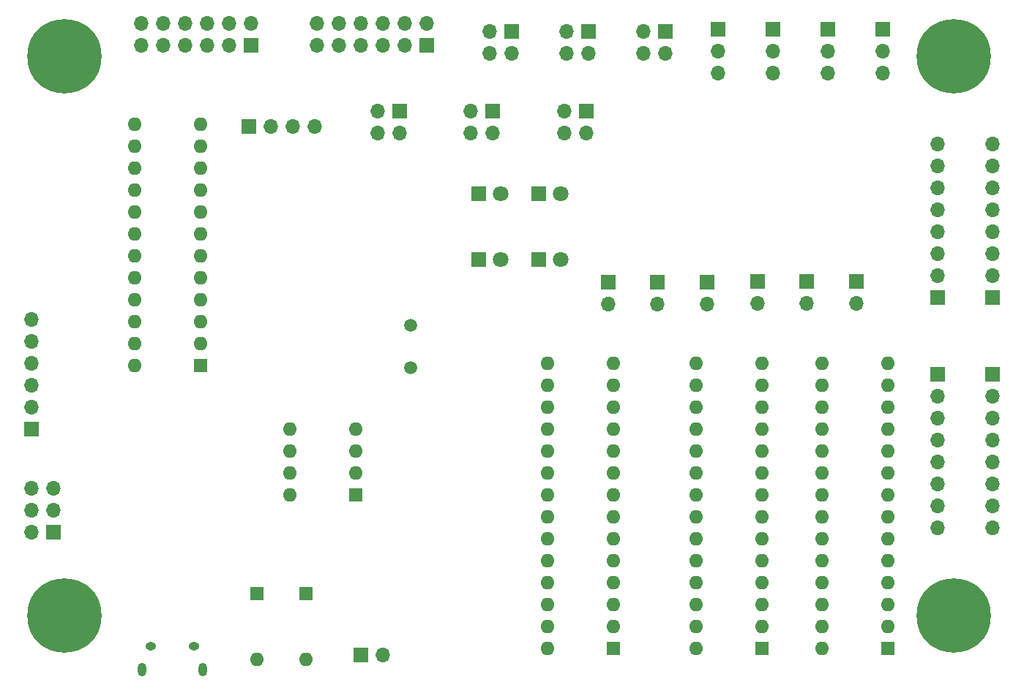
<source format=gbr>
%TF.GenerationSoftware,KiCad,Pcbnew,(5.1.8)-1*%
%TF.CreationDate,2021-01-20T16:15:24-05:00*%
%TF.ProjectId,Switch_Panel,53776974-6368-45f5-9061-6e656c2e6b69,rev?*%
%TF.SameCoordinates,Original*%
%TF.FileFunction,Soldermask,Bot*%
%TF.FilePolarity,Negative*%
%FSLAX46Y46*%
G04 Gerber Fmt 4.6, Leading zero omitted, Abs format (unit mm)*
G04 Created by KiCad (PCBNEW (5.1.8)-1) date 2021-01-20 16:15:24*
%MOMM*%
%LPD*%
G01*
G04 APERTURE LIST*
%ADD10R,1.600000X1.600000*%
%ADD11O,1.600000X1.600000*%
%ADD12C,8.600000*%
%ADD13C,0.900000*%
%ADD14O,1.250000X0.950000*%
%ADD15O,1.000000X1.550000*%
%ADD16R,1.700000X1.700000*%
%ADD17O,1.700000X1.700000*%
%ADD18C,1.500000*%
%ADD19C,1.800000*%
%ADD20R,1.800000X1.800000*%
G04 APERTURE END LIST*
D10*
%TO.C,U6*%
X100330000Y-90170000D03*
D11*
X92710000Y-57150000D03*
X100330000Y-87630000D03*
X92710000Y-59690000D03*
X100330000Y-85090000D03*
X92710000Y-62230000D03*
X100330000Y-82550000D03*
X92710000Y-64770000D03*
X100330000Y-80010000D03*
X92710000Y-67310000D03*
X100330000Y-77470000D03*
X92710000Y-69850000D03*
X100330000Y-74930000D03*
X92710000Y-72390000D03*
X100330000Y-72390000D03*
X92710000Y-74930000D03*
X100330000Y-69850000D03*
X92710000Y-77470000D03*
X100330000Y-67310000D03*
X92710000Y-80010000D03*
X100330000Y-64770000D03*
X92710000Y-82550000D03*
X100330000Y-62230000D03*
X92710000Y-85090000D03*
X100330000Y-59690000D03*
X92710000Y-87630000D03*
X100330000Y-57150000D03*
X92710000Y-90170000D03*
%TD*%
%TO.C,U5*%
X109855000Y-90170000D03*
X117475000Y-57150000D03*
X109855000Y-87630000D03*
X117475000Y-59690000D03*
X109855000Y-85090000D03*
X117475000Y-62230000D03*
X109855000Y-82550000D03*
X117475000Y-64770000D03*
X109855000Y-80010000D03*
X117475000Y-67310000D03*
X109855000Y-77470000D03*
X117475000Y-69850000D03*
X109855000Y-74930000D03*
X117475000Y-72390000D03*
X109855000Y-72390000D03*
X117475000Y-74930000D03*
X109855000Y-69850000D03*
X117475000Y-77470000D03*
X109855000Y-67310000D03*
X117475000Y-80010000D03*
X109855000Y-64770000D03*
X117475000Y-82550000D03*
X109855000Y-62230000D03*
X117475000Y-85090000D03*
X109855000Y-59690000D03*
X117475000Y-87630000D03*
X109855000Y-57150000D03*
D10*
X117475000Y-90170000D03*
%TD*%
D11*
%TO.C,D2*%
X64770000Y-91440000D03*
D10*
X64770000Y-83820000D03*
%TD*%
D12*
%TO.C,REF\u002A\u002A*%
X139700000Y-21590000D03*
D13*
X142925000Y-21590000D03*
X141980419Y-23870419D03*
X139700000Y-24815000D03*
X137419581Y-23870419D03*
X136475000Y-21590000D03*
X137419581Y-19309581D03*
X139700000Y-18365000D03*
X141980419Y-19309581D03*
%TD*%
%TO.C,REF\u002A\u002A*%
X141980419Y-84079581D03*
X139700000Y-83135000D03*
X137419581Y-84079581D03*
X136475000Y-86360000D03*
X137419581Y-88640419D03*
X139700000Y-89585000D03*
X141980419Y-88640419D03*
X142925000Y-86360000D03*
D12*
X139700000Y-86360000D03*
%TD*%
%TO.C,REF\u002A\u002A*%
X36830000Y-86360000D03*
D13*
X40055000Y-86360000D03*
X39110419Y-88640419D03*
X36830000Y-89585000D03*
X34549581Y-88640419D03*
X33605000Y-86360000D03*
X34549581Y-84079581D03*
X36830000Y-83135000D03*
X39110419Y-84079581D03*
%TD*%
D12*
%TO.C,REF\u002A\u002A*%
X36830000Y-21590000D03*
D13*
X40055000Y-21590000D03*
X39110419Y-23870419D03*
X36830000Y-24815000D03*
X34549581Y-23870419D03*
X33605000Y-21590000D03*
X34549581Y-19309581D03*
X36830000Y-18365000D03*
X39110419Y-19309581D03*
%TD*%
D14*
%TO.C,J1*%
X51776000Y-89916000D03*
X46776000Y-89916000D03*
D15*
X45776000Y-92616000D03*
X52776000Y-92616000D03*
%TD*%
D16*
%TO.C,J2*%
X71120000Y-90932000D03*
D17*
X73660000Y-90932000D03*
%TD*%
D16*
%TO.C,J3*%
X35560000Y-76708000D03*
D17*
X33020000Y-76708000D03*
X35560000Y-74168000D03*
X33020000Y-74168000D03*
X35560000Y-71628000D03*
X33020000Y-71628000D03*
%TD*%
D16*
%TO.C,J4*%
X33020000Y-64770000D03*
D17*
X33020000Y-62230000D03*
X33020000Y-59690000D03*
X33020000Y-57150000D03*
X33020000Y-54610000D03*
X33020000Y-52070000D03*
%TD*%
D16*
%TO.C,J7*%
X137795000Y-49530000D03*
D17*
X137795000Y-46990000D03*
X137795000Y-44450000D03*
X137795000Y-41910000D03*
X137795000Y-39370000D03*
X137795000Y-36830000D03*
X137795000Y-34290000D03*
X137795000Y-31750000D03*
%TD*%
%TO.C,J8*%
X144145000Y-76200000D03*
X144145000Y-73660000D03*
X144145000Y-71120000D03*
X144145000Y-68580000D03*
X144145000Y-66040000D03*
X144145000Y-63500000D03*
X144145000Y-60960000D03*
D16*
X144145000Y-58420000D03*
%TD*%
%TO.C,SW4*%
X112395000Y-18415000D03*
D17*
X112395000Y-20955000D03*
X112395000Y-23495000D03*
%TD*%
D16*
%TO.C,SW5*%
X118745000Y-18415000D03*
D17*
X118745000Y-20955000D03*
X118745000Y-23495000D03*
%TD*%
D16*
%TO.C,SW6*%
X99695000Y-47752000D03*
D17*
X99695000Y-50292000D03*
%TD*%
D16*
%TO.C,SW7*%
X105410000Y-47752000D03*
D17*
X105410000Y-50292000D03*
%TD*%
D16*
%TO.C,SW8*%
X111125000Y-47752000D03*
D17*
X111125000Y-50292000D03*
%TD*%
%TO.C,SW9*%
X125095000Y-23495000D03*
X125095000Y-20955000D03*
D16*
X125095000Y-18415000D03*
%TD*%
D17*
%TO.C,SW10*%
X116967000Y-50165000D03*
D16*
X116967000Y-47625000D03*
%TD*%
%TO.C,SW11*%
X131445000Y-18415000D03*
D17*
X131445000Y-20955000D03*
X131445000Y-23495000D03*
%TD*%
%TO.C,SW12*%
X122682000Y-50165000D03*
D16*
X122682000Y-47625000D03*
%TD*%
D17*
%TO.C,SW13*%
X128397000Y-50165000D03*
D16*
X128397000Y-47625000D03*
%TD*%
D10*
%TO.C,U2*%
X70485000Y-72390000D03*
D11*
X62865000Y-64770000D03*
X70485000Y-69850000D03*
X62865000Y-67310000D03*
X70485000Y-67310000D03*
X62865000Y-69850000D03*
X70485000Y-64770000D03*
X62865000Y-72390000D03*
%TD*%
D10*
%TO.C,U3*%
X52578000Y-57404000D03*
D11*
X44958000Y-29464000D03*
X52578000Y-54864000D03*
X44958000Y-32004000D03*
X52578000Y-52324000D03*
X44958000Y-34544000D03*
X52578000Y-49784000D03*
X44958000Y-37084000D03*
X52578000Y-47244000D03*
X44958000Y-39624000D03*
X52578000Y-44704000D03*
X44958000Y-42164000D03*
X52578000Y-42164000D03*
X44958000Y-44704000D03*
X52578000Y-39624000D03*
X44958000Y-47244000D03*
X52578000Y-37084000D03*
X44958000Y-49784000D03*
X52578000Y-34544000D03*
X44958000Y-52324000D03*
X52578000Y-32004000D03*
X44958000Y-54864000D03*
X52578000Y-29464000D03*
X44958000Y-57404000D03*
%TD*%
D10*
%TO.C,U4*%
X132080000Y-90170000D03*
D11*
X124460000Y-57150000D03*
X132080000Y-87630000D03*
X124460000Y-59690000D03*
X132080000Y-85090000D03*
X124460000Y-62230000D03*
X132080000Y-82550000D03*
X124460000Y-64770000D03*
X132080000Y-80010000D03*
X124460000Y-67310000D03*
X132080000Y-77470000D03*
X124460000Y-69850000D03*
X132080000Y-74930000D03*
X124460000Y-72390000D03*
X132080000Y-72390000D03*
X124460000Y-74930000D03*
X132080000Y-69850000D03*
X124460000Y-77470000D03*
X132080000Y-67310000D03*
X124460000Y-80010000D03*
X132080000Y-64770000D03*
X124460000Y-82550000D03*
X132080000Y-62230000D03*
X124460000Y-85090000D03*
X132080000Y-59690000D03*
X124460000Y-87630000D03*
X132080000Y-57150000D03*
X124460000Y-90170000D03*
%TD*%
D18*
%TO.C,Y1*%
X76835000Y-52705000D03*
X76835000Y-57585000D03*
%TD*%
D17*
%TO.C,SW1*%
X73025000Y-30480000D03*
X75565000Y-30480000D03*
X73025000Y-27940000D03*
D16*
X75565000Y-27940000D03*
%TD*%
D17*
%TO.C,SW2*%
X83820000Y-30480000D03*
X86360000Y-30480000D03*
X83820000Y-27940000D03*
D16*
X86360000Y-27940000D03*
%TD*%
D17*
%TO.C,SW3*%
X94615000Y-30480000D03*
X97155000Y-30480000D03*
X94615000Y-27940000D03*
D16*
X97155000Y-27940000D03*
%TD*%
%TO.C,SW14*%
X88519000Y-18669000D03*
D17*
X85979000Y-18669000D03*
X88519000Y-21209000D03*
X85979000Y-21209000D03*
%TD*%
D16*
%TO.C,SW15*%
X97409000Y-18669000D03*
D17*
X94869000Y-18669000D03*
X97409000Y-21209000D03*
X94869000Y-21209000D03*
%TD*%
D16*
%TO.C,SW16*%
X106299000Y-18669000D03*
D17*
X103759000Y-18669000D03*
X106299000Y-21209000D03*
X103759000Y-21209000D03*
%TD*%
D10*
%TO.C,D1*%
X59055000Y-83820000D03*
D11*
X59055000Y-91440000D03*
%TD*%
D19*
%TO.C,D3*%
X94234000Y-45085000D03*
D20*
X91694000Y-45085000D03*
%TD*%
%TO.C,D4*%
X84709000Y-37465000D03*
D19*
X87249000Y-37465000D03*
%TD*%
D20*
%TO.C,D5*%
X84709000Y-45085000D03*
D19*
X87249000Y-45085000D03*
%TD*%
%TO.C,D6*%
X94234000Y-37465000D03*
D20*
X91694000Y-37465000D03*
%TD*%
D17*
%TO.C,J5*%
X66040000Y-17780000D03*
X66040000Y-20320000D03*
X68580000Y-17780000D03*
X68580000Y-20320000D03*
X71120000Y-17780000D03*
X71120000Y-20320000D03*
X73660000Y-17780000D03*
X73660000Y-20320000D03*
X76200000Y-17780000D03*
X76200000Y-20320000D03*
X78740000Y-17780000D03*
D16*
X78740000Y-20320000D03*
%TD*%
%TO.C,J6*%
X58420000Y-20320000D03*
D17*
X58420000Y-17780000D03*
X55880000Y-20320000D03*
X55880000Y-17780000D03*
X53340000Y-20320000D03*
X53340000Y-17780000D03*
X50800000Y-20320000D03*
X50800000Y-17780000D03*
X48260000Y-20320000D03*
X48260000Y-17780000D03*
X45720000Y-20320000D03*
X45720000Y-17780000D03*
%TD*%
%TO.C,J9*%
X144145000Y-31750000D03*
X144145000Y-34290000D03*
X144145000Y-36830000D03*
X144145000Y-39370000D03*
X144145000Y-41910000D03*
X144145000Y-44450000D03*
X144145000Y-46990000D03*
D16*
X144145000Y-49530000D03*
%TD*%
%TO.C,J10*%
X137795000Y-58420000D03*
D17*
X137795000Y-60960000D03*
X137795000Y-63500000D03*
X137795000Y-66040000D03*
X137795000Y-68580000D03*
X137795000Y-71120000D03*
X137795000Y-73660000D03*
X137795000Y-76200000D03*
%TD*%
D16*
%TO.C,J11*%
X58166000Y-29718000D03*
D17*
X60706000Y-29718000D03*
X63246000Y-29718000D03*
X65786000Y-29718000D03*
%TD*%
M02*

</source>
